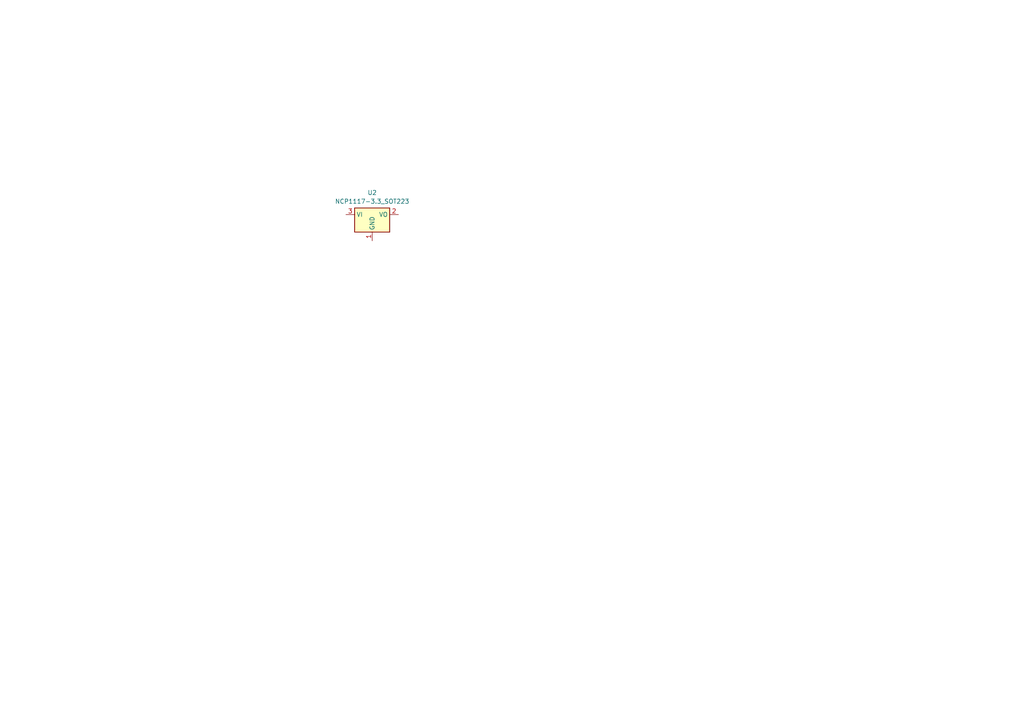
<source format=kicad_sch>
(kicad_sch (version 20231120) (generator "eeschema") (generator_version "8.0")
  (paper "A4")
  (lib_symbols
    (symbol "Regulator_Linear:NCP1117-3.3_SOT223"
      (property "Reference" "U" (at -3.81 3.175 0))
      (property "Value" "NCP1117-3.3_SOT223" (at 0 3.175 0))
      (symbol "NCP1117-3.3_SOT223_0_1"
        (rectangle (start -5.08 -5.08) (end 5.08 1.905) (stroke (width 0.254)) (fill (type background)))
      )
      (symbol "NCP1117-3.3_SOT223_1_1"
        (pin power_in line (at 0 -7.62 90) (length 2.54) (name "GND") (number "1"))
        (pin power_out line (at 7.62 0 180) (length 2.54) (name "VO") (number "2"))
        (pin power_in line (at -7.62 0 0) (length 2.54) (name "VI") (number "3"))
      )
    )
  )
  (symbol (lib_id "Regulator_Linear:NCP1117-3.3_SOT223") (at 107.95 62.23 0) (unit 1)
    (property "Reference" "U2" (at 107.95 55.88 0))
    (property "Value" "NCP1117-3.3_SOT223" (at 107.95 58.42 0))
    (property "Footprint" "Package_TO_SOT_SMD:SOT-223-3_TabPin2" (effects (hide yes)))
    (property "Datasheet" "http://www.onsemi.com/pub_link/Collateral/NCP1117-D.PDF" (effects (hide yes)))
    (property "Description" "1A Low drop-out regulator, Fixed Output 3.3V, SOT-223" (effects (hide yes)))
  )
)
</source>
